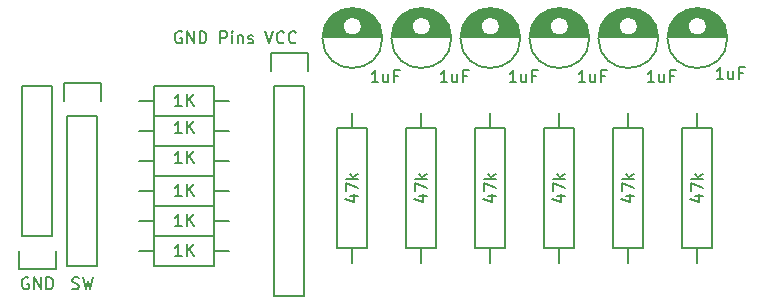
<source format=gbr>
G04 #@! TF.FileFunction,Legend,Top*
%FSLAX46Y46*%
G04 Gerber Fmt 4.6, Leading zero omitted, Abs format (unit mm)*
G04 Created by KiCad (PCBNEW 0.201601242101+6509~42~ubuntu15.10.1-product) date Mon 25 Jan 2016 07:24:15 PM CET*
%MOMM*%
G01*
G04 APERTURE LIST*
%ADD10C,0.020000*%
%ADD11C,0.150000*%
G04 APERTURE END LIST*
D10*
D11*
X139995000Y-110431000D02*
X144993000Y-110431000D01*
X140003000Y-110291000D02*
X142340000Y-110291000D01*
X142648000Y-110291000D02*
X144985000Y-110291000D01*
X140019000Y-110151000D02*
X142021000Y-110151000D01*
X142967000Y-110151000D02*
X144969000Y-110151000D01*
X140043000Y-110011000D02*
X141874000Y-110011000D01*
X143114000Y-110011000D02*
X144945000Y-110011000D01*
X140076000Y-109871000D02*
X141782000Y-109871000D01*
X143206000Y-109871000D02*
X144912000Y-109871000D01*
X140117000Y-109731000D02*
X141726000Y-109731000D01*
X143262000Y-109731000D02*
X144871000Y-109731000D01*
X140167000Y-109591000D02*
X141699000Y-109591000D01*
X143289000Y-109591000D02*
X144821000Y-109591000D01*
X140228000Y-109451000D02*
X141696000Y-109451000D01*
X143292000Y-109451000D02*
X144760000Y-109451000D01*
X140298000Y-109311000D02*
X141718000Y-109311000D01*
X143270000Y-109311000D02*
X144690000Y-109311000D01*
X140380000Y-109171000D02*
X141768000Y-109171000D01*
X143220000Y-109171000D02*
X144608000Y-109171000D01*
X140475000Y-109031000D02*
X141850000Y-109031000D01*
X143138000Y-109031000D02*
X144513000Y-109031000D01*
X140586000Y-108891000D02*
X141982000Y-108891000D01*
X143006000Y-108891000D02*
X144402000Y-108891000D01*
X140714000Y-108751000D02*
X142229000Y-108751000D01*
X142759000Y-108751000D02*
X144274000Y-108751000D01*
X140863000Y-108611000D02*
X144125000Y-108611000D01*
X141042000Y-108471000D02*
X143946000Y-108471000D01*
X141261000Y-108331000D02*
X143727000Y-108331000D01*
X141550000Y-108191000D02*
X143438000Y-108191000D01*
X142022000Y-108051000D02*
X142966000Y-108051000D01*
X143294000Y-109506000D02*
G75*
G03X143294000Y-109506000I-800000J0D01*
G01*
X145031500Y-110506000D02*
G75*
G03X145031500Y-110506000I-2537500J0D01*
G01*
X110785000Y-110431000D02*
X115783000Y-110431000D01*
X110793000Y-110291000D02*
X113130000Y-110291000D01*
X113438000Y-110291000D02*
X115775000Y-110291000D01*
X110809000Y-110151000D02*
X112811000Y-110151000D01*
X113757000Y-110151000D02*
X115759000Y-110151000D01*
X110833000Y-110011000D02*
X112664000Y-110011000D01*
X113904000Y-110011000D02*
X115735000Y-110011000D01*
X110866000Y-109871000D02*
X112572000Y-109871000D01*
X113996000Y-109871000D02*
X115702000Y-109871000D01*
X110907000Y-109731000D02*
X112516000Y-109731000D01*
X114052000Y-109731000D02*
X115661000Y-109731000D01*
X110957000Y-109591000D02*
X112489000Y-109591000D01*
X114079000Y-109591000D02*
X115611000Y-109591000D01*
X111018000Y-109451000D02*
X112486000Y-109451000D01*
X114082000Y-109451000D02*
X115550000Y-109451000D01*
X111088000Y-109311000D02*
X112508000Y-109311000D01*
X114060000Y-109311000D02*
X115480000Y-109311000D01*
X111170000Y-109171000D02*
X112558000Y-109171000D01*
X114010000Y-109171000D02*
X115398000Y-109171000D01*
X111265000Y-109031000D02*
X112640000Y-109031000D01*
X113928000Y-109031000D02*
X115303000Y-109031000D01*
X111376000Y-108891000D02*
X112772000Y-108891000D01*
X113796000Y-108891000D02*
X115192000Y-108891000D01*
X111504000Y-108751000D02*
X113019000Y-108751000D01*
X113549000Y-108751000D02*
X115064000Y-108751000D01*
X111653000Y-108611000D02*
X114915000Y-108611000D01*
X111832000Y-108471000D02*
X114736000Y-108471000D01*
X112051000Y-108331000D02*
X114517000Y-108331000D01*
X112340000Y-108191000D02*
X114228000Y-108191000D01*
X112812000Y-108051000D02*
X113756000Y-108051000D01*
X114084000Y-109506000D02*
G75*
G03X114084000Y-109506000I-800000J0D01*
G01*
X115821500Y-110506000D02*
G75*
G03X115821500Y-110506000I-2537500J0D01*
G01*
X116627000Y-110431000D02*
X121625000Y-110431000D01*
X116635000Y-110291000D02*
X118972000Y-110291000D01*
X119280000Y-110291000D02*
X121617000Y-110291000D01*
X116651000Y-110151000D02*
X118653000Y-110151000D01*
X119599000Y-110151000D02*
X121601000Y-110151000D01*
X116675000Y-110011000D02*
X118506000Y-110011000D01*
X119746000Y-110011000D02*
X121577000Y-110011000D01*
X116708000Y-109871000D02*
X118414000Y-109871000D01*
X119838000Y-109871000D02*
X121544000Y-109871000D01*
X116749000Y-109731000D02*
X118358000Y-109731000D01*
X119894000Y-109731000D02*
X121503000Y-109731000D01*
X116799000Y-109591000D02*
X118331000Y-109591000D01*
X119921000Y-109591000D02*
X121453000Y-109591000D01*
X116860000Y-109451000D02*
X118328000Y-109451000D01*
X119924000Y-109451000D02*
X121392000Y-109451000D01*
X116930000Y-109311000D02*
X118350000Y-109311000D01*
X119902000Y-109311000D02*
X121322000Y-109311000D01*
X117012000Y-109171000D02*
X118400000Y-109171000D01*
X119852000Y-109171000D02*
X121240000Y-109171000D01*
X117107000Y-109031000D02*
X118482000Y-109031000D01*
X119770000Y-109031000D02*
X121145000Y-109031000D01*
X117218000Y-108891000D02*
X118614000Y-108891000D01*
X119638000Y-108891000D02*
X121034000Y-108891000D01*
X117346000Y-108751000D02*
X118861000Y-108751000D01*
X119391000Y-108751000D02*
X120906000Y-108751000D01*
X117495000Y-108611000D02*
X120757000Y-108611000D01*
X117674000Y-108471000D02*
X120578000Y-108471000D01*
X117893000Y-108331000D02*
X120359000Y-108331000D01*
X118182000Y-108191000D02*
X120070000Y-108191000D01*
X118654000Y-108051000D02*
X119598000Y-108051000D01*
X119926000Y-109506000D02*
G75*
G03X119926000Y-109506000I-800000J0D01*
G01*
X121663500Y-110506000D02*
G75*
G03X121663500Y-110506000I-2537500J0D01*
G01*
X122469000Y-110431000D02*
X127467000Y-110431000D01*
X122477000Y-110291000D02*
X124814000Y-110291000D01*
X125122000Y-110291000D02*
X127459000Y-110291000D01*
X122493000Y-110151000D02*
X124495000Y-110151000D01*
X125441000Y-110151000D02*
X127443000Y-110151000D01*
X122517000Y-110011000D02*
X124348000Y-110011000D01*
X125588000Y-110011000D02*
X127419000Y-110011000D01*
X122550000Y-109871000D02*
X124256000Y-109871000D01*
X125680000Y-109871000D02*
X127386000Y-109871000D01*
X122591000Y-109731000D02*
X124200000Y-109731000D01*
X125736000Y-109731000D02*
X127345000Y-109731000D01*
X122641000Y-109591000D02*
X124173000Y-109591000D01*
X125763000Y-109591000D02*
X127295000Y-109591000D01*
X122702000Y-109451000D02*
X124170000Y-109451000D01*
X125766000Y-109451000D02*
X127234000Y-109451000D01*
X122772000Y-109311000D02*
X124192000Y-109311000D01*
X125744000Y-109311000D02*
X127164000Y-109311000D01*
X122854000Y-109171000D02*
X124242000Y-109171000D01*
X125694000Y-109171000D02*
X127082000Y-109171000D01*
X122949000Y-109031000D02*
X124324000Y-109031000D01*
X125612000Y-109031000D02*
X126987000Y-109031000D01*
X123060000Y-108891000D02*
X124456000Y-108891000D01*
X125480000Y-108891000D02*
X126876000Y-108891000D01*
X123188000Y-108751000D02*
X124703000Y-108751000D01*
X125233000Y-108751000D02*
X126748000Y-108751000D01*
X123337000Y-108611000D02*
X126599000Y-108611000D01*
X123516000Y-108471000D02*
X126420000Y-108471000D01*
X123735000Y-108331000D02*
X126201000Y-108331000D01*
X124024000Y-108191000D02*
X125912000Y-108191000D01*
X124496000Y-108051000D02*
X125440000Y-108051000D01*
X125768000Y-109506000D02*
G75*
G03X125768000Y-109506000I-800000J0D01*
G01*
X127505500Y-110506000D02*
G75*
G03X127505500Y-110506000I-2537500J0D01*
G01*
X128311000Y-110431000D02*
X133309000Y-110431000D01*
X128319000Y-110291000D02*
X130656000Y-110291000D01*
X130964000Y-110291000D02*
X133301000Y-110291000D01*
X128335000Y-110151000D02*
X130337000Y-110151000D01*
X131283000Y-110151000D02*
X133285000Y-110151000D01*
X128359000Y-110011000D02*
X130190000Y-110011000D01*
X131430000Y-110011000D02*
X133261000Y-110011000D01*
X128392000Y-109871000D02*
X130098000Y-109871000D01*
X131522000Y-109871000D02*
X133228000Y-109871000D01*
X128433000Y-109731000D02*
X130042000Y-109731000D01*
X131578000Y-109731000D02*
X133187000Y-109731000D01*
X128483000Y-109591000D02*
X130015000Y-109591000D01*
X131605000Y-109591000D02*
X133137000Y-109591000D01*
X128544000Y-109451000D02*
X130012000Y-109451000D01*
X131608000Y-109451000D02*
X133076000Y-109451000D01*
X128614000Y-109311000D02*
X130034000Y-109311000D01*
X131586000Y-109311000D02*
X133006000Y-109311000D01*
X128696000Y-109171000D02*
X130084000Y-109171000D01*
X131536000Y-109171000D02*
X132924000Y-109171000D01*
X128791000Y-109031000D02*
X130166000Y-109031000D01*
X131454000Y-109031000D02*
X132829000Y-109031000D01*
X128902000Y-108891000D02*
X130298000Y-108891000D01*
X131322000Y-108891000D02*
X132718000Y-108891000D01*
X129030000Y-108751000D02*
X130545000Y-108751000D01*
X131075000Y-108751000D02*
X132590000Y-108751000D01*
X129179000Y-108611000D02*
X132441000Y-108611000D01*
X129358000Y-108471000D02*
X132262000Y-108471000D01*
X129577000Y-108331000D02*
X132043000Y-108331000D01*
X129866000Y-108191000D02*
X131754000Y-108191000D01*
X130338000Y-108051000D02*
X131282000Y-108051000D01*
X131610000Y-109506000D02*
G75*
G03X131610000Y-109506000I-800000J0D01*
G01*
X133347500Y-110506000D02*
G75*
G03X133347500Y-110506000I-2537500J0D01*
G01*
X134153000Y-110431000D02*
X139151000Y-110431000D01*
X134161000Y-110291000D02*
X136498000Y-110291000D01*
X136806000Y-110291000D02*
X139143000Y-110291000D01*
X134177000Y-110151000D02*
X136179000Y-110151000D01*
X137125000Y-110151000D02*
X139127000Y-110151000D01*
X134201000Y-110011000D02*
X136032000Y-110011000D01*
X137272000Y-110011000D02*
X139103000Y-110011000D01*
X134234000Y-109871000D02*
X135940000Y-109871000D01*
X137364000Y-109871000D02*
X139070000Y-109871000D01*
X134275000Y-109731000D02*
X135884000Y-109731000D01*
X137420000Y-109731000D02*
X139029000Y-109731000D01*
X134325000Y-109591000D02*
X135857000Y-109591000D01*
X137447000Y-109591000D02*
X138979000Y-109591000D01*
X134386000Y-109451000D02*
X135854000Y-109451000D01*
X137450000Y-109451000D02*
X138918000Y-109451000D01*
X134456000Y-109311000D02*
X135876000Y-109311000D01*
X137428000Y-109311000D02*
X138848000Y-109311000D01*
X134538000Y-109171000D02*
X135926000Y-109171000D01*
X137378000Y-109171000D02*
X138766000Y-109171000D01*
X134633000Y-109031000D02*
X136008000Y-109031000D01*
X137296000Y-109031000D02*
X138671000Y-109031000D01*
X134744000Y-108891000D02*
X136140000Y-108891000D01*
X137164000Y-108891000D02*
X138560000Y-108891000D01*
X134872000Y-108751000D02*
X136387000Y-108751000D01*
X136917000Y-108751000D02*
X138432000Y-108751000D01*
X135021000Y-108611000D02*
X138283000Y-108611000D01*
X135200000Y-108471000D02*
X138104000Y-108471000D01*
X135419000Y-108331000D02*
X137885000Y-108331000D01*
X135708000Y-108191000D02*
X137596000Y-108191000D01*
X136180000Y-108051000D02*
X137124000Y-108051000D01*
X137452000Y-109506000D02*
G75*
G03X137452000Y-109506000I-800000J0D01*
G01*
X139189500Y-110506000D02*
G75*
G03X139189500Y-110506000I-2537500J0D01*
G01*
X109220000Y-114554000D02*
X109220000Y-132334000D01*
X109220000Y-132334000D02*
X106680000Y-132334000D01*
X106680000Y-132334000D02*
X106680000Y-114554000D01*
X109500000Y-111734000D02*
X109500000Y-113284000D01*
X109220000Y-114554000D02*
X106680000Y-114554000D01*
X106400000Y-113284000D02*
X106400000Y-111734000D01*
X106400000Y-111734000D02*
X109500000Y-111734000D01*
X91694000Y-117094000D02*
X91694000Y-129794000D01*
X91694000Y-129794000D02*
X89154000Y-129794000D01*
X89154000Y-129794000D02*
X89154000Y-117094000D01*
X91974000Y-114274000D02*
X91974000Y-115824000D01*
X91694000Y-117094000D02*
X89154000Y-117094000D01*
X88874000Y-115824000D02*
X88874000Y-114274000D01*
X88874000Y-114274000D02*
X91974000Y-114274000D01*
X85344000Y-127254000D02*
X85344000Y-114554000D01*
X85344000Y-114554000D02*
X87884000Y-114554000D01*
X87884000Y-114554000D02*
X87884000Y-127254000D01*
X85064000Y-130074000D02*
X85064000Y-128524000D01*
X85344000Y-127254000D02*
X87884000Y-127254000D01*
X88164000Y-128524000D02*
X88164000Y-130074000D01*
X88164000Y-130074000D02*
X85064000Y-130074000D01*
X141224000Y-128270000D02*
X143764000Y-128270000D01*
X143764000Y-128270000D02*
X143764000Y-118110000D01*
X143764000Y-118110000D02*
X141224000Y-118110000D01*
X141224000Y-118110000D02*
X141224000Y-128270000D01*
X142494000Y-116840000D02*
X142494000Y-118110000D01*
X142494000Y-129540000D02*
X142494000Y-128270000D01*
X112014000Y-128270000D02*
X114554000Y-128270000D01*
X114554000Y-128270000D02*
X114554000Y-118110000D01*
X114554000Y-118110000D02*
X112014000Y-118110000D01*
X112014000Y-118110000D02*
X112014000Y-128270000D01*
X113284000Y-116840000D02*
X113284000Y-118110000D01*
X113284000Y-129540000D02*
X113284000Y-128270000D01*
X117856000Y-128270000D02*
X120396000Y-128270000D01*
X120396000Y-128270000D02*
X120396000Y-118110000D01*
X120396000Y-118110000D02*
X117856000Y-118110000D01*
X117856000Y-118110000D02*
X117856000Y-128270000D01*
X119126000Y-116840000D02*
X119126000Y-118110000D01*
X119126000Y-129540000D02*
X119126000Y-128270000D01*
X123698000Y-128270000D02*
X126238000Y-128270000D01*
X126238000Y-128270000D02*
X126238000Y-118110000D01*
X126238000Y-118110000D02*
X123698000Y-118110000D01*
X123698000Y-118110000D02*
X123698000Y-128270000D01*
X124968000Y-116840000D02*
X124968000Y-118110000D01*
X124968000Y-129540000D02*
X124968000Y-128270000D01*
X129540000Y-128270000D02*
X132080000Y-128270000D01*
X132080000Y-128270000D02*
X132080000Y-118110000D01*
X132080000Y-118110000D02*
X129540000Y-118110000D01*
X129540000Y-118110000D02*
X129540000Y-128270000D01*
X130810000Y-116840000D02*
X130810000Y-118110000D01*
X130810000Y-129540000D02*
X130810000Y-128270000D01*
X135382000Y-128270000D02*
X137922000Y-128270000D01*
X137922000Y-128270000D02*
X137922000Y-118110000D01*
X137922000Y-118110000D02*
X135382000Y-118110000D01*
X135382000Y-118110000D02*
X135382000Y-128270000D01*
X136652000Y-116840000D02*
X136652000Y-118110000D01*
X136652000Y-129540000D02*
X136652000Y-128270000D01*
X101600000Y-117094000D02*
X96520000Y-117094000D01*
X96520000Y-117094000D02*
X96520000Y-114554000D01*
X96520000Y-114554000D02*
X101600000Y-114554000D01*
X101600000Y-114554000D02*
X101600000Y-117094000D01*
X101600000Y-115824000D02*
X102870000Y-115824000D01*
X96520000Y-115824000D02*
X95250000Y-115824000D01*
X101600000Y-129794000D02*
X96520000Y-129794000D01*
X96520000Y-129794000D02*
X96520000Y-127254000D01*
X96520000Y-127254000D02*
X101600000Y-127254000D01*
X101600000Y-127254000D02*
X101600000Y-129794000D01*
X101600000Y-128524000D02*
X102870000Y-128524000D01*
X96520000Y-128524000D02*
X95250000Y-128524000D01*
X101600000Y-119634000D02*
X96520000Y-119634000D01*
X96520000Y-119634000D02*
X96520000Y-117094000D01*
X96520000Y-117094000D02*
X101600000Y-117094000D01*
X101600000Y-117094000D02*
X101600000Y-119634000D01*
X101600000Y-118364000D02*
X102870000Y-118364000D01*
X96520000Y-118364000D02*
X95250000Y-118364000D01*
X101600000Y-122174000D02*
X96520000Y-122174000D01*
X96520000Y-122174000D02*
X96520000Y-119634000D01*
X96520000Y-119634000D02*
X101600000Y-119634000D01*
X101600000Y-119634000D02*
X101600000Y-122174000D01*
X101600000Y-120904000D02*
X102870000Y-120904000D01*
X96520000Y-120904000D02*
X95250000Y-120904000D01*
X101600000Y-124714000D02*
X96520000Y-124714000D01*
X96520000Y-124714000D02*
X96520000Y-122174000D01*
X96520000Y-122174000D02*
X101600000Y-122174000D01*
X101600000Y-122174000D02*
X101600000Y-124714000D01*
X101600000Y-123444000D02*
X102870000Y-123444000D01*
X96520000Y-123444000D02*
X95250000Y-123444000D01*
X101600000Y-127254000D02*
X96520000Y-127254000D01*
X96520000Y-127254000D02*
X96520000Y-124714000D01*
X96520000Y-124714000D02*
X101600000Y-124714000D01*
X101600000Y-124714000D02*
X101600000Y-127254000D01*
X101600000Y-125984000D02*
X102870000Y-125984000D01*
X96520000Y-125984000D02*
X95250000Y-125984000D01*
X144692762Y-113990381D02*
X144121333Y-113990381D01*
X144407047Y-113990381D02*
X144407047Y-112990381D01*
X144311809Y-113133238D01*
X144216571Y-113228476D01*
X144121333Y-113276095D01*
X145549905Y-113323714D02*
X145549905Y-113990381D01*
X145121333Y-113323714D02*
X145121333Y-113847524D01*
X145168952Y-113942762D01*
X145264190Y-113990381D01*
X145407048Y-113990381D01*
X145502286Y-113942762D01*
X145549905Y-113895143D01*
X146359429Y-113466571D02*
X146026095Y-113466571D01*
X146026095Y-113990381D02*
X146026095Y-112990381D01*
X146502286Y-112990381D01*
X115482762Y-114244381D02*
X114911333Y-114244381D01*
X115197047Y-114244381D02*
X115197047Y-113244381D01*
X115101809Y-113387238D01*
X115006571Y-113482476D01*
X114911333Y-113530095D01*
X116339905Y-113577714D02*
X116339905Y-114244381D01*
X115911333Y-113577714D02*
X115911333Y-114101524D01*
X115958952Y-114196762D01*
X116054190Y-114244381D01*
X116197048Y-114244381D01*
X116292286Y-114196762D01*
X116339905Y-114149143D01*
X117149429Y-113720571D02*
X116816095Y-113720571D01*
X116816095Y-114244381D02*
X116816095Y-113244381D01*
X117292286Y-113244381D01*
X121324762Y-114244381D02*
X120753333Y-114244381D01*
X121039047Y-114244381D02*
X121039047Y-113244381D01*
X120943809Y-113387238D01*
X120848571Y-113482476D01*
X120753333Y-113530095D01*
X122181905Y-113577714D02*
X122181905Y-114244381D01*
X121753333Y-113577714D02*
X121753333Y-114101524D01*
X121800952Y-114196762D01*
X121896190Y-114244381D01*
X122039048Y-114244381D01*
X122134286Y-114196762D01*
X122181905Y-114149143D01*
X122991429Y-113720571D02*
X122658095Y-113720571D01*
X122658095Y-114244381D02*
X122658095Y-113244381D01*
X123134286Y-113244381D01*
X127166762Y-114244381D02*
X126595333Y-114244381D01*
X126881047Y-114244381D02*
X126881047Y-113244381D01*
X126785809Y-113387238D01*
X126690571Y-113482476D01*
X126595333Y-113530095D01*
X128023905Y-113577714D02*
X128023905Y-114244381D01*
X127595333Y-113577714D02*
X127595333Y-114101524D01*
X127642952Y-114196762D01*
X127738190Y-114244381D01*
X127881048Y-114244381D01*
X127976286Y-114196762D01*
X128023905Y-114149143D01*
X128833429Y-113720571D02*
X128500095Y-113720571D01*
X128500095Y-114244381D02*
X128500095Y-113244381D01*
X128976286Y-113244381D01*
X133008762Y-114244381D02*
X132437333Y-114244381D01*
X132723047Y-114244381D02*
X132723047Y-113244381D01*
X132627809Y-113387238D01*
X132532571Y-113482476D01*
X132437333Y-113530095D01*
X133865905Y-113577714D02*
X133865905Y-114244381D01*
X133437333Y-113577714D02*
X133437333Y-114101524D01*
X133484952Y-114196762D01*
X133580190Y-114244381D01*
X133723048Y-114244381D01*
X133818286Y-114196762D01*
X133865905Y-114149143D01*
X134675429Y-113720571D02*
X134342095Y-113720571D01*
X134342095Y-114244381D02*
X134342095Y-113244381D01*
X134818286Y-113244381D01*
X138850762Y-114244381D02*
X138279333Y-114244381D01*
X138565047Y-114244381D02*
X138565047Y-113244381D01*
X138469809Y-113387238D01*
X138374571Y-113482476D01*
X138279333Y-113530095D01*
X139707905Y-113577714D02*
X139707905Y-114244381D01*
X139279333Y-113577714D02*
X139279333Y-114101524D01*
X139326952Y-114196762D01*
X139422190Y-114244381D01*
X139565048Y-114244381D01*
X139660286Y-114196762D01*
X139707905Y-114149143D01*
X140517429Y-113720571D02*
X140184095Y-113720571D01*
X140184095Y-114244381D02*
X140184095Y-113244381D01*
X140660286Y-113244381D01*
X98830381Y-109990000D02*
X98735143Y-109942381D01*
X98592286Y-109942381D01*
X98449428Y-109990000D01*
X98354190Y-110085238D01*
X98306571Y-110180476D01*
X98258952Y-110370952D01*
X98258952Y-110513810D01*
X98306571Y-110704286D01*
X98354190Y-110799524D01*
X98449428Y-110894762D01*
X98592286Y-110942381D01*
X98687524Y-110942381D01*
X98830381Y-110894762D01*
X98878000Y-110847143D01*
X98878000Y-110513810D01*
X98687524Y-110513810D01*
X99306571Y-110942381D02*
X99306571Y-109942381D01*
X99878000Y-110942381D01*
X99878000Y-109942381D01*
X100354190Y-110942381D02*
X100354190Y-109942381D01*
X100592285Y-109942381D01*
X100735143Y-109990000D01*
X100830381Y-110085238D01*
X100878000Y-110180476D01*
X100925619Y-110370952D01*
X100925619Y-110513810D01*
X100878000Y-110704286D01*
X100830381Y-110799524D01*
X100735143Y-110894762D01*
X100592285Y-110942381D01*
X100354190Y-110942381D01*
X102116095Y-110942381D02*
X102116095Y-109942381D01*
X102497048Y-109942381D01*
X102592286Y-109990000D01*
X102639905Y-110037619D01*
X102687524Y-110132857D01*
X102687524Y-110275714D01*
X102639905Y-110370952D01*
X102592286Y-110418571D01*
X102497048Y-110466190D01*
X102116095Y-110466190D01*
X103116095Y-110942381D02*
X103116095Y-110275714D01*
X103116095Y-109942381D02*
X103068476Y-109990000D01*
X103116095Y-110037619D01*
X103163714Y-109990000D01*
X103116095Y-109942381D01*
X103116095Y-110037619D01*
X103592285Y-110275714D02*
X103592285Y-110942381D01*
X103592285Y-110370952D02*
X103639904Y-110323333D01*
X103735142Y-110275714D01*
X103878000Y-110275714D01*
X103973238Y-110323333D01*
X104020857Y-110418571D01*
X104020857Y-110942381D01*
X104449428Y-110894762D02*
X104544666Y-110942381D01*
X104735142Y-110942381D01*
X104830381Y-110894762D01*
X104878000Y-110799524D01*
X104878000Y-110751905D01*
X104830381Y-110656667D01*
X104735142Y-110609048D01*
X104592285Y-110609048D01*
X104497047Y-110561429D01*
X104449428Y-110466190D01*
X104449428Y-110418571D01*
X104497047Y-110323333D01*
X104592285Y-110275714D01*
X104735142Y-110275714D01*
X104830381Y-110323333D01*
X105925619Y-109942381D02*
X106258952Y-110942381D01*
X106592286Y-109942381D01*
X107497048Y-110847143D02*
X107449429Y-110894762D01*
X107306572Y-110942381D01*
X107211334Y-110942381D01*
X107068476Y-110894762D01*
X106973238Y-110799524D01*
X106925619Y-110704286D01*
X106878000Y-110513810D01*
X106878000Y-110370952D01*
X106925619Y-110180476D01*
X106973238Y-110085238D01*
X107068476Y-109990000D01*
X107211334Y-109942381D01*
X107306572Y-109942381D01*
X107449429Y-109990000D01*
X107497048Y-110037619D01*
X108497048Y-110847143D02*
X108449429Y-110894762D01*
X108306572Y-110942381D01*
X108211334Y-110942381D01*
X108068476Y-110894762D01*
X107973238Y-110799524D01*
X107925619Y-110704286D01*
X107878000Y-110513810D01*
X107878000Y-110370952D01*
X107925619Y-110180476D01*
X107973238Y-110085238D01*
X108068476Y-109990000D01*
X108211334Y-109942381D01*
X108306572Y-109942381D01*
X108449429Y-109990000D01*
X108497048Y-110037619D01*
X89566857Y-131722762D02*
X89709714Y-131770381D01*
X89947810Y-131770381D01*
X90043048Y-131722762D01*
X90090667Y-131675143D01*
X90138286Y-131579905D01*
X90138286Y-131484667D01*
X90090667Y-131389429D01*
X90043048Y-131341810D01*
X89947810Y-131294190D01*
X89757333Y-131246571D01*
X89662095Y-131198952D01*
X89614476Y-131151333D01*
X89566857Y-131056095D01*
X89566857Y-130960857D01*
X89614476Y-130865619D01*
X89662095Y-130818000D01*
X89757333Y-130770381D01*
X89995429Y-130770381D01*
X90138286Y-130818000D01*
X90471619Y-130770381D02*
X90709714Y-131770381D01*
X90900191Y-131056095D01*
X91090667Y-131770381D01*
X91328762Y-130770381D01*
X85852096Y-130818000D02*
X85756858Y-130770381D01*
X85614001Y-130770381D01*
X85471143Y-130818000D01*
X85375905Y-130913238D01*
X85328286Y-131008476D01*
X85280667Y-131198952D01*
X85280667Y-131341810D01*
X85328286Y-131532286D01*
X85375905Y-131627524D01*
X85471143Y-131722762D01*
X85614001Y-131770381D01*
X85709239Y-131770381D01*
X85852096Y-131722762D01*
X85899715Y-131675143D01*
X85899715Y-131341810D01*
X85709239Y-131341810D01*
X86328286Y-131770381D02*
X86328286Y-130770381D01*
X86899715Y-131770381D01*
X86899715Y-130770381D01*
X87375905Y-131770381D02*
X87375905Y-130770381D01*
X87614000Y-130770381D01*
X87756858Y-130818000D01*
X87852096Y-130913238D01*
X87899715Y-131008476D01*
X87947334Y-131198952D01*
X87947334Y-131341810D01*
X87899715Y-131532286D01*
X87852096Y-131627524D01*
X87756858Y-131722762D01*
X87614000Y-131770381D01*
X87375905Y-131770381D01*
X142279714Y-123880476D02*
X142946381Y-123880476D01*
X141898762Y-124118572D02*
X142613048Y-124356667D01*
X142613048Y-123737619D01*
X141946381Y-123451905D02*
X141946381Y-122785238D01*
X142946381Y-123213810D01*
X142946381Y-122404286D02*
X141946381Y-122404286D01*
X142565429Y-122309048D02*
X142946381Y-122023333D01*
X142279714Y-122023333D02*
X142660667Y-122404286D01*
X113069714Y-123880476D02*
X113736381Y-123880476D01*
X112688762Y-124118572D02*
X113403048Y-124356667D01*
X113403048Y-123737619D01*
X112736381Y-123451905D02*
X112736381Y-122785238D01*
X113736381Y-123213810D01*
X113736381Y-122404286D02*
X112736381Y-122404286D01*
X113355429Y-122309048D02*
X113736381Y-122023333D01*
X113069714Y-122023333D02*
X113450667Y-122404286D01*
X118911714Y-123880476D02*
X119578381Y-123880476D01*
X118530762Y-124118572D02*
X119245048Y-124356667D01*
X119245048Y-123737619D01*
X118578381Y-123451905D02*
X118578381Y-122785238D01*
X119578381Y-123213810D01*
X119578381Y-122404286D02*
X118578381Y-122404286D01*
X119197429Y-122309048D02*
X119578381Y-122023333D01*
X118911714Y-122023333D02*
X119292667Y-122404286D01*
X124753714Y-123880476D02*
X125420381Y-123880476D01*
X124372762Y-124118572D02*
X125087048Y-124356667D01*
X125087048Y-123737619D01*
X124420381Y-123451905D02*
X124420381Y-122785238D01*
X125420381Y-123213810D01*
X125420381Y-122404286D02*
X124420381Y-122404286D01*
X125039429Y-122309048D02*
X125420381Y-122023333D01*
X124753714Y-122023333D02*
X125134667Y-122404286D01*
X130595714Y-123880476D02*
X131262381Y-123880476D01*
X130214762Y-124118572D02*
X130929048Y-124356667D01*
X130929048Y-123737619D01*
X130262381Y-123451905D02*
X130262381Y-122785238D01*
X131262381Y-123213810D01*
X131262381Y-122404286D02*
X130262381Y-122404286D01*
X130881429Y-122309048D02*
X131262381Y-122023333D01*
X130595714Y-122023333D02*
X130976667Y-122404286D01*
X136437714Y-123880476D02*
X137104381Y-123880476D01*
X136056762Y-124118572D02*
X136771048Y-124356667D01*
X136771048Y-123737619D01*
X136104381Y-123451905D02*
X136104381Y-122785238D01*
X137104381Y-123213810D01*
X137104381Y-122404286D02*
X136104381Y-122404286D01*
X136723429Y-122309048D02*
X137104381Y-122023333D01*
X136437714Y-122023333D02*
X136818667Y-122404286D01*
X98845715Y-116276381D02*
X98274286Y-116276381D01*
X98560000Y-116276381D02*
X98560000Y-115276381D01*
X98464762Y-115419238D01*
X98369524Y-115514476D01*
X98274286Y-115562095D01*
X99274286Y-116276381D02*
X99274286Y-115276381D01*
X99845715Y-116276381D02*
X99417143Y-115704952D01*
X99845715Y-115276381D02*
X99274286Y-115847810D01*
X98845715Y-128976381D02*
X98274286Y-128976381D01*
X98560000Y-128976381D02*
X98560000Y-127976381D01*
X98464762Y-128119238D01*
X98369524Y-128214476D01*
X98274286Y-128262095D01*
X99274286Y-128976381D02*
X99274286Y-127976381D01*
X99845715Y-128976381D02*
X99417143Y-128404952D01*
X99845715Y-127976381D02*
X99274286Y-128547810D01*
X98845715Y-118562381D02*
X98274286Y-118562381D01*
X98560000Y-118562381D02*
X98560000Y-117562381D01*
X98464762Y-117705238D01*
X98369524Y-117800476D01*
X98274286Y-117848095D01*
X99274286Y-118562381D02*
X99274286Y-117562381D01*
X99845715Y-118562381D02*
X99417143Y-117990952D01*
X99845715Y-117562381D02*
X99274286Y-118133810D01*
X98845715Y-121102381D02*
X98274286Y-121102381D01*
X98560000Y-121102381D02*
X98560000Y-120102381D01*
X98464762Y-120245238D01*
X98369524Y-120340476D01*
X98274286Y-120388095D01*
X99274286Y-121102381D02*
X99274286Y-120102381D01*
X99845715Y-121102381D02*
X99417143Y-120530952D01*
X99845715Y-120102381D02*
X99274286Y-120673810D01*
X98845715Y-123896381D02*
X98274286Y-123896381D01*
X98560000Y-123896381D02*
X98560000Y-122896381D01*
X98464762Y-123039238D01*
X98369524Y-123134476D01*
X98274286Y-123182095D01*
X99274286Y-123896381D02*
X99274286Y-122896381D01*
X99845715Y-123896381D02*
X99417143Y-123324952D01*
X99845715Y-122896381D02*
X99274286Y-123467810D01*
X98845715Y-126436381D02*
X98274286Y-126436381D01*
X98560000Y-126436381D02*
X98560000Y-125436381D01*
X98464762Y-125579238D01*
X98369524Y-125674476D01*
X98274286Y-125722095D01*
X99274286Y-126436381D02*
X99274286Y-125436381D01*
X99845715Y-126436381D02*
X99417143Y-125864952D01*
X99845715Y-125436381D02*
X99274286Y-126007810D01*
M02*

</source>
